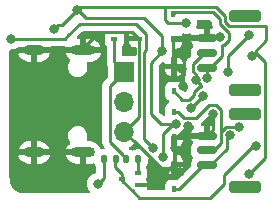
<source format=gbr>
%TF.GenerationSoftware,KiCad,Pcbnew,(6.0.9)*%
%TF.CreationDate,2022-11-14T14:00:34+08:00*%
%TF.ProjectId,usb2serial_pcb,75736232-7365-4726-9961-6c5f7063622e,1.0*%
%TF.SameCoordinates,Original*%
%TF.FileFunction,Copper,L2,Bot*%
%TF.FilePolarity,Positive*%
%FSLAX46Y46*%
G04 Gerber Fmt 4.6, Leading zero omitted, Abs format (unit mm)*
G04 Created by KiCad (PCBNEW (6.0.9)) date 2022-11-14 14:00:34*
%MOMM*%
%LPD*%
G01*
G04 APERTURE LIST*
G04 Aperture macros list*
%AMRoundRect*
0 Rectangle with rounded corners*
0 $1 Rounding radius*
0 $2 $3 $4 $5 $6 $7 $8 $9 X,Y pos of 4 corners*
0 Add a 4 corners polygon primitive as box body*
4,1,4,$2,$3,$4,$5,$6,$7,$8,$9,$2,$3,0*
0 Add four circle primitives for the rounded corners*
1,1,$1+$1,$2,$3*
1,1,$1+$1,$4,$5*
1,1,$1+$1,$6,$7*
1,1,$1+$1,$8,$9*
0 Add four rect primitives between the rounded corners*
20,1,$1+$1,$2,$3,$4,$5,0*
20,1,$1+$1,$4,$5,$6,$7,0*
20,1,$1+$1,$6,$7,$8,$9,0*
20,1,$1+$1,$8,$9,$2,$3,0*%
G04 Aperture macros list end*
%TA.AperFunction,ComponentPad*%
%ADD10O,1.700000X0.900000*%
%TD*%
%TA.AperFunction,ComponentPad*%
%ADD11O,2.000000X0.900000*%
%TD*%
%TA.AperFunction,SMDPad,CuDef*%
%ADD12R,0.450000X0.600000*%
%TD*%
%TA.AperFunction,SMDPad,CuDef*%
%ADD13RoundRect,0.150000X-0.700000X0.150000X-0.700000X-0.150000X0.700000X-0.150000X0.700000X0.150000X0*%
%TD*%
%TA.AperFunction,SMDPad,CuDef*%
%ADD14RoundRect,0.250000X-1.100000X0.250000X-1.100000X-0.250000X1.100000X-0.250000X1.100000X0.250000X0*%
%TD*%
%TA.AperFunction,SMDPad,CuDef*%
%ADD15RoundRect,0.135000X0.135000X0.185000X-0.135000X0.185000X-0.135000X-0.185000X0.135000X-0.185000X0*%
%TD*%
%TA.AperFunction,SMDPad,CuDef*%
%ADD16RoundRect,0.135000X-0.135000X-0.185000X0.135000X-0.185000X0.135000X0.185000X-0.135000X0.185000X0*%
%TD*%
%TA.AperFunction,ComponentPad*%
%ADD17R,1.700000X1.700000*%
%TD*%
%TA.AperFunction,ComponentPad*%
%ADD18O,1.700000X1.700000*%
%TD*%
%TA.AperFunction,SMDPad,CuDef*%
%ADD19R,0.600000X0.450000*%
%TD*%
%TA.AperFunction,SMDPad,CuDef*%
%ADD20R,0.510000X0.400000*%
%TD*%
%TA.AperFunction,ViaPad*%
%ADD21C,0.800000*%
%TD*%
%TA.AperFunction,Conductor*%
%ADD22C,0.250000*%
%TD*%
G04 APERTURE END LIST*
D10*
%TO.P,J1,S1,SHIELD*%
%TO.N,GND*%
X50755800Y-44385020D03*
X50755800Y-35745020D03*
D11*
X54925800Y-35745020D03*
X54925800Y-44385020D03*
%TD*%
D12*
%TO.P,D3,1,K*%
%TO.N,/UART3_TX*%
X62585600Y-40961600D03*
%TO.P,D3,2,A*%
%TO.N,GND*%
X62585600Y-43061600D03*
%TD*%
D13*
%TO.P,J4,1,Pin_1*%
%TO.N,GND*%
X65409200Y-42946000D03*
%TO.P,J4,2,Pin_2*%
%TO.N,/UART3_TX*%
X65409200Y-44196000D03*
%TO.P,J4,3,Pin_3*%
%TO.N,/UART3_RX*%
X65409200Y-45446000D03*
D14*
%TO.P,J4,MP*%
%TO.N,N/C*%
X68609200Y-41096000D03*
X68609200Y-47296000D03*
%TD*%
D12*
%TO.P,D4,1,K*%
%TO.N,/UART3_RX*%
X62585600Y-47481200D03*
%TO.P,D4,2,A*%
%TO.N,GND*%
X62585600Y-45381200D03*
%TD*%
D15*
%TO.P,R1,1*%
%TO.N,/UART2_RX*%
X57660000Y-44958000D03*
%TO.P,R1,2*%
%TO.N,+3.3V*%
X56640000Y-44958000D03*
%TD*%
D16*
%TO.P,R4,1*%
%TO.N,/DBUS_RX*%
X58570400Y-44958000D03*
%TO.P,R4,2*%
%TO.N,Net-(Q1-Pad1)*%
X59590400Y-44958000D03*
%TD*%
D13*
%TO.P,J3,1,Pin_1*%
%TO.N,GND*%
X65409200Y-34716400D03*
%TO.P,J3,2,Pin_2*%
%TO.N,/UART1_RX*%
X65409200Y-35966400D03*
%TO.P,J3,3,Pin_3*%
%TO.N,/UART1_TX*%
X65409200Y-37216400D03*
D14*
%TO.P,J3,MP*%
%TO.N,N/C*%
X68609200Y-32866400D03*
X68609200Y-39066400D03*
%TD*%
D12*
%TO.P,D1,1,K*%
%TO.N,/UART1_TX*%
X62534800Y-32681200D03*
%TO.P,D1,2,A*%
%TO.N,GND*%
X62534800Y-34781200D03*
%TD*%
D17*
%TO.P,J2,1,Pin_1*%
%TO.N,/DBUS_RX*%
X58375400Y-37541200D03*
D18*
%TO.P,J2,2,Pin_2*%
%TO.N,+5V*%
X58375400Y-40081200D03*
%TO.P,J2,3,Pin_3*%
%TO.N,GND*%
X58375400Y-42621200D03*
%TD*%
D12*
%TO.P,D2,1,K*%
%TO.N,/UART1_RX*%
X62585600Y-39200800D03*
%TO.P,D2,2,A*%
%TO.N,GND*%
X62585600Y-37100800D03*
%TD*%
D19*
%TO.P,D5,1,K*%
%TO.N,/DBUS_RX*%
X57522400Y-34747200D03*
%TO.P,D5,2,A*%
%TO.N,GND*%
X59622400Y-34747200D03*
%TD*%
D20*
%TO.P,Q1,1,B*%
%TO.N,Net-(Q1-Pad1)*%
X59522200Y-46134400D03*
%TO.P,Q1,2,E*%
%TO.N,GND*%
X59522200Y-47134400D03*
%TO.P,Q1,3,C*%
%TO.N,/UART2_RX*%
X58232200Y-46634400D03*
%TD*%
D21*
%TO.N,+3.3V*%
X63652400Y-33405700D03*
X54356000Y-32308800D03*
X68986400Y-46177200D03*
X52425600Y-33934400D03*
X62738000Y-41960800D03*
X69227500Y-36251470D03*
X61643030Y-44728266D03*
X61620400Y-35814000D03*
X56134000Y-47040800D03*
%TO.N,GND*%
X63754000Y-42177300D03*
X66490899Y-34581700D03*
X63089301Y-46020501D03*
X63284778Y-37349700D03*
X65859700Y-41086515D03*
X63390486Y-38748700D03*
%TO.N,/UART1_TX*%
X65431433Y-38110600D03*
%TO.N,/UART1_RX*%
X64437046Y-38211596D03*
%TO.N,/UART2_RX*%
X69545200Y-43840400D03*
%TO.N,/UART3_TX*%
X68072000Y-42195500D03*
%TO.N,/UART3_RX*%
X67308700Y-42922316D03*
%TO.N,/LED*%
X48818800Y-34747200D03*
X60858400Y-44030700D03*
%TO.N,/BOOT0*%
X68973100Y-34415900D03*
X64008000Y-40640000D03*
X67197590Y-37606700D03*
X65026327Y-39581024D03*
%TD*%
D22*
%TO.N,+3.3V*%
X69227500Y-36251470D02*
X69418614Y-36060356D01*
X61875800Y-33197200D02*
X61875800Y-32056200D01*
X61875800Y-32056200D02*
X66193800Y-32056200D01*
X56640000Y-44958000D02*
X56640000Y-45468000D01*
X55118000Y-33020000D02*
X60096400Y-33020000D01*
X60655200Y-41148000D02*
X61468000Y-41960800D01*
X61643030Y-44728266D02*
X61643030Y-42829170D01*
X61643030Y-42829170D02*
X62511400Y-41960800D01*
X70284200Y-44879400D02*
X68986400Y-46177200D01*
X70284200Y-36704573D02*
X70284200Y-44879400D01*
X70385400Y-33691400D02*
X70385400Y-34872200D01*
X63652400Y-33405700D02*
X62084300Y-33405700D01*
X62084300Y-33405700D02*
X61875800Y-33197200D01*
X60655200Y-36779200D02*
X60655200Y-41148000D01*
X66934200Y-33354573D02*
X67271027Y-33691400D01*
X67271027Y-33691400D02*
X70385400Y-33691400D01*
X61620400Y-35814000D02*
X60655200Y-36779200D01*
X54608600Y-32056200D02*
X61875800Y-32056200D01*
X54356000Y-32308800D02*
X53086000Y-33578800D01*
X60096400Y-33020000D02*
X61620400Y-34544000D01*
X53086000Y-33578800D02*
X52781200Y-33578800D01*
X52781200Y-33578800D02*
X52425600Y-33934400D01*
X66934200Y-32796600D02*
X66934200Y-33354573D01*
X66193800Y-32056200D02*
X66934200Y-32796600D01*
X61620400Y-34544000D02*
X61620400Y-35814000D01*
X56640000Y-46534800D02*
X56640000Y-45468000D01*
X54610000Y-32512000D02*
X55118000Y-33020000D01*
X61468000Y-41960800D02*
X62738000Y-41960800D01*
X69418614Y-36060356D02*
X69418614Y-35838986D01*
X56134000Y-47040800D02*
X56640000Y-46534800D01*
X69418614Y-35838986D02*
X70284200Y-36704573D01*
X70385400Y-34872200D02*
X69418614Y-35838986D01*
X62511400Y-41960800D02*
X62738000Y-41960800D01*
%TO.N,GND*%
X62585600Y-45516800D02*
X63089301Y-46020501D01*
X59622400Y-41374200D02*
X59622400Y-34747200D01*
X56286400Y-34188400D02*
X54925800Y-35549000D01*
X65859700Y-42495500D02*
X65409200Y-42946000D01*
X59063600Y-34188400D02*
X56286400Y-34188400D01*
X54925800Y-35549000D02*
X54925800Y-35745020D01*
X65859700Y-41086515D02*
X65859700Y-42495500D01*
X62585600Y-43061600D02*
X62869700Y-43061600D01*
X62585600Y-43061600D02*
X62585600Y-45381200D01*
X65344400Y-34781200D02*
X62534800Y-34781200D01*
X50755800Y-35745020D02*
X50755800Y-44385020D01*
X63390486Y-38748700D02*
X63390486Y-38190341D01*
X62534800Y-34781200D02*
X62534800Y-37050000D01*
X62869700Y-43061600D02*
X63754000Y-42177300D01*
X63390486Y-38190341D02*
X63284778Y-38084633D01*
X62585600Y-45381200D02*
X60976800Y-46990000D01*
X62534800Y-37050000D02*
X62585600Y-37100800D01*
X58375400Y-42621200D02*
X59264862Y-43510662D01*
X65409200Y-42946000D02*
X65293600Y-43061600D01*
X59622400Y-34747200D02*
X59063600Y-34188400D01*
X63284778Y-38084633D02*
X63284778Y-37349700D01*
X65409200Y-34716400D02*
X65344400Y-34781200D01*
X62246800Y-45720000D02*
X62585600Y-45381200D01*
X60976800Y-46990000D02*
X60604400Y-46990000D01*
X60604400Y-46990000D02*
X60460000Y-47134400D01*
X62834500Y-37349700D02*
X62585600Y-37100800D01*
X59264862Y-43510662D02*
X59264862Y-43516862D01*
X65293600Y-43061600D02*
X62585600Y-43061600D01*
X65543900Y-34581700D02*
X65409200Y-34716400D01*
X60460000Y-47134400D02*
X59522200Y-47134400D01*
X58375400Y-42621200D02*
X59622400Y-41374200D01*
X54925800Y-35745020D02*
X50755800Y-35745020D01*
X62585600Y-45381200D02*
X62585600Y-45516800D01*
X66490899Y-34581700D02*
X65543900Y-34581700D01*
X61468000Y-45720000D02*
X62246800Y-45720000D01*
X50755800Y-44385020D02*
X54925800Y-44385020D01*
X59264862Y-43516862D02*
X61468000Y-45720000D01*
X63284778Y-37349700D02*
X62834500Y-37349700D01*
%TO.N,/UART1_TX*%
X67215899Y-34281395D02*
X66802000Y-33867496D01*
X66791204Y-35306700D02*
X67215899Y-34882005D01*
X67215899Y-34882005D02*
X67215899Y-34281395D01*
X66802000Y-33867496D02*
X66802000Y-33858769D01*
X66699700Y-36197651D02*
X66699700Y-35306700D01*
X62709800Y-32506200D02*
X62534800Y-32681200D01*
X66484200Y-33108600D02*
X65881800Y-32506200D01*
X66484200Y-33540969D02*
X66484200Y-33108600D01*
X65409200Y-37216400D02*
X65680951Y-37216400D01*
X65881800Y-32506200D02*
X62709800Y-32506200D01*
X65409200Y-38088367D02*
X65409200Y-37216400D01*
X66802000Y-33858769D02*
X66484200Y-33540969D01*
X65680951Y-37216400D02*
X66699700Y-36197651D01*
X65431433Y-38110600D02*
X65409200Y-38088367D01*
X66699700Y-35306700D02*
X66791204Y-35306700D01*
%TO.N,/UART1_RX*%
X63884863Y-39900160D02*
X63284253Y-39900160D01*
X64301327Y-39280719D02*
X64301327Y-39483696D01*
X64865624Y-38640174D02*
X64865624Y-38856024D01*
X64865624Y-38856024D02*
X64726022Y-38856024D01*
X62585600Y-39201507D02*
X62585600Y-39200800D01*
X64301327Y-39483696D02*
X63884863Y-39900160D01*
X64437046Y-37765997D02*
X64234200Y-37563151D01*
X64234200Y-36869649D02*
X65137449Y-35966400D01*
X64437046Y-38211596D02*
X64437046Y-37765997D01*
X64437046Y-38211596D02*
X64865624Y-38640174D01*
X64726022Y-38856024D02*
X64301327Y-39280719D01*
X64234200Y-37563151D02*
X64234200Y-36869649D01*
X65137449Y-35966400D02*
X65409200Y-35966400D01*
X63284253Y-39900160D02*
X62585600Y-39201507D01*
%TO.N,/UART2_RX*%
X58232200Y-46634400D02*
X58232200Y-46243400D01*
X65633600Y-48209200D02*
X66802000Y-47040800D01*
X69291200Y-43840400D02*
X69545200Y-43840400D01*
X66802000Y-47040800D02*
X66802000Y-46329600D01*
X58232200Y-46802200D02*
X59086200Y-47656200D01*
X58232200Y-46243400D02*
X57607200Y-45618400D01*
X66802000Y-46329600D02*
X69291200Y-43840400D01*
X57607200Y-45010800D02*
X57660000Y-44958000D01*
X59086200Y-47656200D02*
X59639200Y-48209200D01*
X57607200Y-45618400D02*
X57607200Y-45010800D01*
X58232200Y-46634400D02*
X58232200Y-46802200D01*
X59639200Y-48209200D02*
X65633600Y-48209200D01*
%TO.N,/UART3_TX*%
X65989200Y-44196000D02*
X65409200Y-44196000D01*
X64468610Y-41452300D02*
X65559395Y-40361515D01*
X66160005Y-40361515D02*
X66584200Y-40785710D01*
X66584200Y-43601000D02*
X65989200Y-44196000D01*
X66584200Y-43296200D02*
X66584200Y-43601000D01*
X66584200Y-42403400D02*
X66584200Y-43296200D01*
X65559395Y-40361515D02*
X66160005Y-40361515D01*
X68072000Y-42195500D02*
X67010211Y-42195500D01*
X63453695Y-41452300D02*
X64468610Y-41452300D01*
X62585600Y-40961600D02*
X62962995Y-40961600D01*
X62962995Y-40961600D02*
X63453695Y-41452300D01*
X66584200Y-42621511D02*
X66584200Y-43296200D01*
X67010211Y-42195500D02*
X66584200Y-42621511D01*
X66584200Y-40785710D02*
X66584200Y-42621511D01*
%TO.N,/UART3_RX*%
X67056000Y-44070951D02*
X65680951Y-45446000D01*
X65044000Y-45446000D02*
X65409200Y-45446000D01*
X62585600Y-47481200D02*
X63008800Y-47481200D01*
X65680951Y-45446000D02*
X65409200Y-45446000D01*
X67056000Y-43078400D02*
X67056000Y-44070951D01*
X67212084Y-42922316D02*
X67056000Y-43078400D01*
X67308700Y-42922316D02*
X67212084Y-42922316D01*
X63008800Y-47481200D02*
X65044000Y-45446000D01*
%TO.N,/DBUS_RX*%
X58570400Y-44958000D02*
X58255000Y-44642600D01*
X57522400Y-34747200D02*
X57522400Y-36688200D01*
X58255000Y-44582462D02*
X57150000Y-43477462D01*
X58255000Y-44642600D02*
X58255000Y-44582462D01*
X57150000Y-43477462D02*
X57150000Y-38766600D01*
X57522400Y-36688200D02*
X58375400Y-37541200D01*
X57150000Y-38766600D02*
X58375400Y-37541200D01*
%TO.N,/LED*%
X53644800Y-34442400D02*
X53340000Y-34747200D01*
X60072400Y-43244700D02*
X60072400Y-35840800D01*
X60072400Y-35840800D02*
X60247400Y-35665800D01*
X60247400Y-35665800D02*
X60247400Y-34339400D01*
X53340000Y-34747200D02*
X48818800Y-34747200D01*
X60247400Y-34339400D02*
X59385200Y-33477200D01*
X60858400Y-44030700D02*
X60072400Y-43244700D01*
X54610000Y-33477200D02*
X53644800Y-34442400D01*
X59385200Y-33477200D02*
X54610000Y-33477200D01*
%TO.N,Net-(Q1-Pad1)*%
X59590400Y-44958000D02*
X59590400Y-46066200D01*
X59590400Y-46066200D02*
X59522200Y-46134400D01*
%TO.N,/BOOT0*%
X65026327Y-39581024D02*
X65026327Y-39621673D01*
X65026327Y-39621673D02*
X64008000Y-40640000D01*
X67197590Y-36191410D02*
X67197590Y-37606700D01*
X68973100Y-34415900D02*
X67197590Y-36191410D01*
%TD*%
%TA.AperFunction,Conductor*%
%TO.N,GND*%
G36*
X56719887Y-34130702D02*
G01*
X56766380Y-34184358D01*
X56776484Y-34254632D01*
X56769749Y-34280926D01*
X56720655Y-34411884D01*
X56713900Y-34474066D01*
X56713900Y-35020334D01*
X56720655Y-35082516D01*
X56771785Y-35218905D01*
X56815964Y-35277853D01*
X56859139Y-35335461D01*
X56857535Y-35336663D01*
X56886021Y-35388830D01*
X56888900Y-35415613D01*
X56888900Y-36609433D01*
X56888373Y-36620616D01*
X56886698Y-36628109D01*
X56886947Y-36636035D01*
X56886947Y-36636036D01*
X56888838Y-36696186D01*
X56888900Y-36700144D01*
X56888900Y-36728056D01*
X56889397Y-36731990D01*
X56889397Y-36731991D01*
X56889405Y-36732056D01*
X56890338Y-36743893D01*
X56891727Y-36788089D01*
X56894808Y-36798693D01*
X56897378Y-36807539D01*
X56901387Y-36826900D01*
X56903926Y-36846997D01*
X56906845Y-36854368D01*
X56906845Y-36854370D01*
X56920204Y-36888112D01*
X56924049Y-36899342D01*
X56934171Y-36934183D01*
X56936382Y-36941793D01*
X56940415Y-36948612D01*
X56940417Y-36948617D01*
X56946693Y-36959228D01*
X56955388Y-36976976D01*
X56962848Y-36995817D01*
X56967510Y-37002233D01*
X56967510Y-37002234D01*
X56988836Y-37031587D01*
X56995351Y-37041506D01*
X56999352Y-37048271D01*
X57016900Y-37112412D01*
X57016900Y-37951605D01*
X56996898Y-38019726D01*
X56979995Y-38040700D01*
X56757747Y-38262948D01*
X56749461Y-38270488D01*
X56742982Y-38274600D01*
X56737557Y-38280377D01*
X56696357Y-38324251D01*
X56693602Y-38327093D01*
X56673865Y-38346830D01*
X56671385Y-38350027D01*
X56663682Y-38359047D01*
X56633414Y-38391279D01*
X56629595Y-38398225D01*
X56629593Y-38398228D01*
X56623652Y-38409034D01*
X56612801Y-38425553D01*
X56600386Y-38441559D01*
X56597241Y-38448828D01*
X56597238Y-38448832D01*
X56582826Y-38482137D01*
X56577609Y-38492787D01*
X56556305Y-38531540D01*
X56554334Y-38539215D01*
X56554334Y-38539216D01*
X56551267Y-38551162D01*
X56544863Y-38569866D01*
X56541834Y-38576867D01*
X56536819Y-38588455D01*
X56535580Y-38596278D01*
X56535577Y-38596288D01*
X56529901Y-38632124D01*
X56527495Y-38643744D01*
X56522679Y-38662503D01*
X56516500Y-38686570D01*
X56516500Y-38706824D01*
X56514949Y-38726534D01*
X56511780Y-38746543D01*
X56512526Y-38754435D01*
X56515941Y-38790561D01*
X56516500Y-38802419D01*
X56516500Y-43398695D01*
X56515973Y-43409878D01*
X56514298Y-43417371D01*
X56514547Y-43425297D01*
X56514547Y-43425298D01*
X56516438Y-43485448D01*
X56516500Y-43489407D01*
X56516500Y-43517318D01*
X56516997Y-43521252D01*
X56516997Y-43521253D01*
X56517005Y-43521318D01*
X56517938Y-43533155D01*
X56519327Y-43577351D01*
X56523771Y-43592646D01*
X56524978Y-43596801D01*
X56528987Y-43616162D01*
X56531526Y-43636259D01*
X56534445Y-43643630D01*
X56534445Y-43643632D01*
X56547804Y-43677374D01*
X56551649Y-43688604D01*
X56559993Y-43717324D01*
X56563982Y-43731055D01*
X56568015Y-43737874D01*
X56568017Y-43737879D01*
X56574293Y-43748490D01*
X56582988Y-43766238D01*
X56590448Y-43785079D01*
X56595110Y-43791495D01*
X56595110Y-43791496D01*
X56616436Y-43820849D01*
X56622952Y-43830769D01*
X56637905Y-43856052D01*
X56645458Y-43868824D01*
X56659779Y-43883145D01*
X56672619Y-43898178D01*
X56684528Y-43914569D01*
X56688869Y-43918160D01*
X56720458Y-43980602D01*
X56713169Y-44051223D01*
X56668856Y-44106693D01*
X56596557Y-44129501D01*
X56490484Y-44129501D01*
X56422363Y-44109499D01*
X56375870Y-44055843D01*
X56372234Y-44047009D01*
X56343488Y-43968881D01*
X56337923Y-43957471D01*
X56242092Y-43802912D01*
X56234340Y-43792846D01*
X56109392Y-43660717D01*
X56099774Y-43652415D01*
X55950813Y-43548112D01*
X55939719Y-43541912D01*
X55772820Y-43469688D01*
X55760717Y-43465849D01*
X55581200Y-43428345D01*
X55571648Y-43427105D01*
X55568416Y-43427020D01*
X55314621Y-43427020D01*
X55246500Y-43407018D01*
X55200007Y-43353362D01*
X55189903Y-43283088D01*
X55195922Y-43258754D01*
X55235556Y-43147448D01*
X55235557Y-43147442D01*
X55237919Y-43140810D01*
X55241326Y-43112244D01*
X55257775Y-42974291D01*
X55259396Y-42960700D01*
X55249806Y-42869455D01*
X55241172Y-42787308D01*
X55241171Y-42787306D01*
X55240436Y-42780308D01*
X55181982Y-42608599D01*
X55131031Y-42525779D01*
X55090634Y-42460115D01*
X55090632Y-42460112D01*
X55086938Y-42454108D01*
X55082007Y-42449073D01*
X55082005Y-42449070D01*
X54964957Y-42329545D01*
X54964956Y-42329544D01*
X54960029Y-42324513D01*
X54807562Y-42226255D01*
X54800942Y-42223846D01*
X54800939Y-42223844D01*
X54643734Y-42166626D01*
X54643733Y-42166626D01*
X54637115Y-42164217D01*
X54497031Y-42146520D01*
X54400190Y-42146520D01*
X54265545Y-42161623D01*
X54258892Y-42163940D01*
X54258891Y-42163940D01*
X54100906Y-42218956D01*
X54100903Y-42218958D01*
X54094248Y-42221275D01*
X54088269Y-42225011D01*
X54080167Y-42230074D01*
X53940424Y-42317394D01*
X53935428Y-42322355D01*
X53935427Y-42322356D01*
X53816715Y-42440242D01*
X53816712Y-42440246D01*
X53811718Y-42445205D01*
X53807944Y-42451151D01*
X53807943Y-42451153D01*
X53782005Y-42492026D01*
X53714527Y-42598354D01*
X53712162Y-42604996D01*
X53656043Y-42762595D01*
X53656042Y-42762600D01*
X53653681Y-42769230D01*
X53652848Y-42776218D01*
X53652847Y-42776221D01*
X53645319Y-42839353D01*
X53632204Y-42949340D01*
X53632940Y-42956343D01*
X53632940Y-42956344D01*
X53643803Y-43059694D01*
X53651164Y-43129732D01*
X53709618Y-43301441D01*
X53715921Y-43311686D01*
X53800967Y-43449927D01*
X53800970Y-43449931D01*
X53804662Y-43455932D01*
X53805403Y-43456689D01*
X53830708Y-43520479D01*
X53817052Y-43590149D01*
X53787238Y-43627729D01*
X53683304Y-43716810D01*
X53674556Y-43725996D01*
X53563089Y-43869700D01*
X53556365Y-43880460D01*
X53476068Y-44043645D01*
X53471645Y-44055539D01*
X53456549Y-44113490D01*
X53456983Y-44127584D01*
X53465164Y-44131020D01*
X55053800Y-44131020D01*
X55121921Y-44151022D01*
X55168414Y-44204678D01*
X55179800Y-44257020D01*
X55179800Y-45324905D01*
X55184275Y-45340144D01*
X55185665Y-45341349D01*
X55193348Y-45343020D01*
X55521247Y-45343020D01*
X55527622Y-45342697D01*
X55663077Y-45328938D01*
X55675514Y-45326385D01*
X55747645Y-45303780D01*
X55818630Y-45302495D01*
X55879041Y-45339792D01*
X55906322Y-45388862D01*
X55909731Y-45400596D01*
X55913766Y-45407418D01*
X55913766Y-45407419D01*
X55988954Y-45534555D01*
X56006500Y-45598694D01*
X56006500Y-46037072D01*
X55986498Y-46105193D01*
X55932842Y-46151686D01*
X55906697Y-46160319D01*
X55892083Y-46163425D01*
X55858170Y-46170633D01*
X55858167Y-46170634D01*
X55851712Y-46172006D01*
X55845682Y-46174691D01*
X55845681Y-46174691D01*
X55683278Y-46246997D01*
X55683276Y-46246998D01*
X55677248Y-46249682D01*
X55671907Y-46253562D01*
X55671906Y-46253563D01*
X55666654Y-46257379D01*
X55522747Y-46361934D01*
X55394960Y-46503856D01*
X55351701Y-46578783D01*
X55324396Y-46626077D01*
X55299473Y-46669244D01*
X55240458Y-46850872D01*
X55239768Y-46857433D01*
X55239768Y-46857435D01*
X55228331Y-46966256D01*
X55220496Y-47040800D01*
X55221186Y-47047365D01*
X55236983Y-47197661D01*
X55240458Y-47230728D01*
X55299473Y-47412356D01*
X55302776Y-47418078D01*
X55302777Y-47418079D01*
X55313177Y-47436092D01*
X55394960Y-47577744D01*
X55453529Y-47642792D01*
X55484245Y-47706797D01*
X55475482Y-47777250D01*
X55430019Y-47831782D01*
X55359892Y-47853100D01*
X49985767Y-47853100D01*
X49966382Y-47851600D01*
X49951549Y-47849290D01*
X49951545Y-47849290D01*
X49942676Y-47847909D01*
X49928611Y-47849748D01*
X49902397Y-47850424D01*
X49747691Y-47838248D01*
X49728163Y-47835155D01*
X49714680Y-47831918D01*
X49553739Y-47793279D01*
X49534945Y-47787173D01*
X49369216Y-47718526D01*
X49351605Y-47709552D01*
X49198658Y-47615825D01*
X49182670Y-47604210D01*
X49046266Y-47487710D01*
X49032288Y-47473732D01*
X49011763Y-47449700D01*
X48915790Y-47337330D01*
X48904175Y-47321342D01*
X48810448Y-47168395D01*
X48801474Y-47150784D01*
X48732827Y-46985055D01*
X48726719Y-46966256D01*
X48723914Y-46954570D01*
X48684845Y-46791836D01*
X48681752Y-46772309D01*
X48670409Y-46628183D01*
X48671394Y-46605858D01*
X48670734Y-46605799D01*
X48671169Y-46600951D01*
X48671976Y-46596152D01*
X48672129Y-46583600D01*
X48668173Y-46555976D01*
X48666900Y-46538114D01*
X48666900Y-44649095D01*
X49432163Y-44649095D01*
X49488110Y-44801156D01*
X49493677Y-44812569D01*
X49589508Y-44967128D01*
X49597260Y-44977194D01*
X49722208Y-45109323D01*
X49731826Y-45117625D01*
X49880787Y-45221928D01*
X49891881Y-45228128D01*
X50058780Y-45300352D01*
X50070883Y-45304191D01*
X50250400Y-45341695D01*
X50259952Y-45342935D01*
X50263184Y-45343020D01*
X50483685Y-45343020D01*
X50498924Y-45338545D01*
X50500129Y-45337155D01*
X50501800Y-45329472D01*
X50501800Y-45324905D01*
X51009800Y-45324905D01*
X51014275Y-45340144D01*
X51015665Y-45341349D01*
X51023348Y-45343020D01*
X51201247Y-45343020D01*
X51207622Y-45342697D01*
X51343077Y-45328938D01*
X51355517Y-45326384D01*
X51529044Y-45272004D01*
X51540732Y-45266995D01*
X51699779Y-45178833D01*
X51710212Y-45171582D01*
X51848291Y-45053235D01*
X51857044Y-45044044D01*
X51968511Y-44900340D01*
X51975235Y-44889580D01*
X52055532Y-44726395D01*
X52059955Y-44714501D01*
X52075051Y-44656550D01*
X52074821Y-44649095D01*
X53452163Y-44649095D01*
X53508110Y-44801156D01*
X53513677Y-44812569D01*
X53609508Y-44967128D01*
X53617260Y-44977194D01*
X53742208Y-45109323D01*
X53751826Y-45117625D01*
X53900787Y-45221928D01*
X53911881Y-45228128D01*
X54078780Y-45300352D01*
X54090883Y-45304191D01*
X54270400Y-45341695D01*
X54279952Y-45342935D01*
X54283184Y-45343020D01*
X54653685Y-45343020D01*
X54668924Y-45338545D01*
X54670129Y-45337155D01*
X54671800Y-45329472D01*
X54671800Y-44657135D01*
X54667325Y-44641896D01*
X54665935Y-44640691D01*
X54658252Y-44639020D01*
X53466571Y-44639020D01*
X53453040Y-44642993D01*
X53452163Y-44649095D01*
X52074821Y-44649095D01*
X52074617Y-44642456D01*
X52066436Y-44639020D01*
X51027915Y-44639020D01*
X51012676Y-44643495D01*
X51011471Y-44644885D01*
X51009800Y-44652568D01*
X51009800Y-45324905D01*
X50501800Y-45324905D01*
X50501800Y-44657135D01*
X50497325Y-44641896D01*
X50495935Y-44640691D01*
X50488252Y-44639020D01*
X49446571Y-44639020D01*
X49433040Y-44642993D01*
X49432163Y-44649095D01*
X48666900Y-44649095D01*
X48666900Y-44113490D01*
X49436549Y-44113490D01*
X49436983Y-44127584D01*
X49445164Y-44131020D01*
X50483685Y-44131020D01*
X50498924Y-44126545D01*
X50500129Y-44125155D01*
X50501800Y-44117472D01*
X50501800Y-44112905D01*
X51009800Y-44112905D01*
X51014275Y-44128144D01*
X51015665Y-44129349D01*
X51023348Y-44131020D01*
X52065029Y-44131020D01*
X52078560Y-44127047D01*
X52079437Y-44120945D01*
X52023490Y-43968884D01*
X52017923Y-43957471D01*
X51922092Y-43802912D01*
X51914340Y-43792846D01*
X51789392Y-43660717D01*
X51779774Y-43652415D01*
X51630813Y-43548112D01*
X51619719Y-43541912D01*
X51452820Y-43469688D01*
X51440717Y-43465849D01*
X51261200Y-43428345D01*
X51251648Y-43427105D01*
X51248416Y-43427020D01*
X51027915Y-43427020D01*
X51012676Y-43431495D01*
X51011471Y-43432885D01*
X51009800Y-43440568D01*
X51009800Y-44112905D01*
X50501800Y-44112905D01*
X50501800Y-43445135D01*
X50497325Y-43429896D01*
X50495935Y-43428691D01*
X50488252Y-43427020D01*
X50310353Y-43427020D01*
X50303978Y-43427343D01*
X50168523Y-43441102D01*
X50156083Y-43443656D01*
X49982556Y-43498036D01*
X49970868Y-43503045D01*
X49811821Y-43591207D01*
X49801388Y-43598458D01*
X49663309Y-43716805D01*
X49654556Y-43725996D01*
X49543089Y-43869700D01*
X49536365Y-43880460D01*
X49456068Y-44043645D01*
X49451645Y-44055539D01*
X49436549Y-44113490D01*
X48666900Y-44113490D01*
X48666900Y-36009095D01*
X49432163Y-36009095D01*
X49488110Y-36161156D01*
X49493677Y-36172569D01*
X49589508Y-36327128D01*
X49597260Y-36337194D01*
X49722208Y-36469323D01*
X49731826Y-36477625D01*
X49880787Y-36581928D01*
X49891881Y-36588128D01*
X50058780Y-36660352D01*
X50070883Y-36664191D01*
X50250400Y-36701695D01*
X50259952Y-36702935D01*
X50263184Y-36703020D01*
X50483685Y-36703020D01*
X50498924Y-36698545D01*
X50500129Y-36697155D01*
X50501800Y-36689472D01*
X50501800Y-36684905D01*
X51009800Y-36684905D01*
X51014275Y-36700144D01*
X51015665Y-36701349D01*
X51023348Y-36703020D01*
X51201247Y-36703020D01*
X51207622Y-36702697D01*
X51343077Y-36688938D01*
X51355517Y-36686384D01*
X51529044Y-36632004D01*
X51540732Y-36626995D01*
X51699779Y-36538833D01*
X51710212Y-36531582D01*
X51848291Y-36413235D01*
X51857044Y-36404044D01*
X51968511Y-36260340D01*
X51975235Y-36249580D01*
X52055532Y-36086395D01*
X52059955Y-36074501D01*
X52075051Y-36016550D01*
X52074821Y-36009095D01*
X53452163Y-36009095D01*
X53508110Y-36161156D01*
X53513677Y-36172569D01*
X53609508Y-36327128D01*
X53617260Y-36337194D01*
X53742206Y-36469321D01*
X53751828Y-36477627D01*
X53777079Y-36495308D01*
X53821407Y-36550765D01*
X53828715Y-36621385D01*
X53811192Y-36666034D01*
X53714527Y-36818354D01*
X53712162Y-36824996D01*
X53656043Y-36982595D01*
X53656042Y-36982600D01*
X53653681Y-36989230D01*
X53652848Y-36996218D01*
X53652847Y-36996221D01*
X53647318Y-37042588D01*
X53632204Y-37169340D01*
X53632940Y-37176343D01*
X53632940Y-37176344D01*
X53650073Y-37339348D01*
X53651164Y-37349732D01*
X53709618Y-37521441D01*
X53713312Y-37527445D01*
X53796731Y-37663040D01*
X53804662Y-37675932D01*
X53809593Y-37680967D01*
X53809595Y-37680970D01*
X53916429Y-37790065D01*
X53931571Y-37805527D01*
X54084038Y-37903785D01*
X54090658Y-37906194D01*
X54090661Y-37906196D01*
X54247866Y-37963414D01*
X54254485Y-37965823D01*
X54394569Y-37983520D01*
X54491410Y-37983520D01*
X54626055Y-37968417D01*
X54640422Y-37963414D01*
X54790694Y-37911084D01*
X54790697Y-37911082D01*
X54797352Y-37908765D01*
X54806730Y-37902905D01*
X54945202Y-37816379D01*
X54951176Y-37812646D01*
X54973915Y-37790065D01*
X55074885Y-37689798D01*
X55074888Y-37689794D01*
X55079882Y-37684835D01*
X55088886Y-37670648D01*
X55121757Y-37618850D01*
X55177073Y-37531686D01*
X55190774Y-37493209D01*
X55235557Y-37367445D01*
X55235558Y-37367440D01*
X55237919Y-37360810D01*
X55240479Y-37339348D01*
X55258562Y-37187693D01*
X55259396Y-37180700D01*
X55248596Y-37077942D01*
X55241172Y-37007308D01*
X55241171Y-37007306D01*
X55240436Y-37000308D01*
X55195948Y-36869624D01*
X55192930Y-36798693D01*
X55228740Y-36737389D01*
X55292009Y-36705177D01*
X55315226Y-36703020D01*
X55521247Y-36703020D01*
X55527622Y-36702697D01*
X55663077Y-36688938D01*
X55675517Y-36686384D01*
X55849044Y-36632004D01*
X55860732Y-36626995D01*
X56019779Y-36538833D01*
X56030212Y-36531582D01*
X56168291Y-36413235D01*
X56177044Y-36404044D01*
X56288511Y-36260340D01*
X56295235Y-36249580D01*
X56375532Y-36086395D01*
X56379955Y-36074501D01*
X56395051Y-36016550D01*
X56394617Y-36002456D01*
X56386436Y-35999020D01*
X53466571Y-35999020D01*
X53453040Y-36002993D01*
X53452163Y-36009095D01*
X52074821Y-36009095D01*
X52074617Y-36002456D01*
X52066436Y-35999020D01*
X51027915Y-35999020D01*
X51012676Y-36003495D01*
X51011471Y-36004885D01*
X51009800Y-36012568D01*
X51009800Y-36684905D01*
X50501800Y-36684905D01*
X50501800Y-36017135D01*
X50497325Y-36001896D01*
X50495935Y-36000691D01*
X50488252Y-35999020D01*
X49446571Y-35999020D01*
X49433040Y-36002993D01*
X49432163Y-36009095D01*
X48666900Y-36009095D01*
X48666900Y-35781700D01*
X48686902Y-35713579D01*
X48740558Y-35667086D01*
X48792900Y-35655700D01*
X48914287Y-35655700D01*
X48920739Y-35654328D01*
X48920744Y-35654328D01*
X49011832Y-35634966D01*
X49101088Y-35615994D01*
X49107119Y-35613309D01*
X49269522Y-35541003D01*
X49269524Y-35541002D01*
X49275552Y-35538318D01*
X49292526Y-35525986D01*
X49321519Y-35504921D01*
X49388387Y-35481062D01*
X49444371Y-35490687D01*
X49445164Y-35491020D01*
X52065029Y-35491020D01*
X52079181Y-35486865D01*
X52107804Y-35424188D01*
X52167530Y-35385804D01*
X52203029Y-35380700D01*
X53261233Y-35380700D01*
X53272416Y-35381227D01*
X53279909Y-35382902D01*
X53287835Y-35382653D01*
X53287836Y-35382653D01*
X53327574Y-35381404D01*
X53396289Y-35399257D01*
X53444445Y-35451425D01*
X53452167Y-35482275D01*
X53455341Y-35486894D01*
X53465164Y-35491020D01*
X54653685Y-35491020D01*
X54668924Y-35486545D01*
X54670129Y-35485155D01*
X54671800Y-35477472D01*
X54671800Y-35472905D01*
X55179800Y-35472905D01*
X55184275Y-35488144D01*
X55185665Y-35489349D01*
X55193348Y-35491020D01*
X56385029Y-35491020D01*
X56398560Y-35487047D01*
X56399437Y-35480945D01*
X56343490Y-35328884D01*
X56337923Y-35317471D01*
X56242092Y-35162912D01*
X56234340Y-35152846D01*
X56109392Y-35020717D01*
X56099774Y-35012415D01*
X55950813Y-34908112D01*
X55939719Y-34901912D01*
X55772820Y-34829688D01*
X55760717Y-34825849D01*
X55581200Y-34788345D01*
X55571648Y-34787105D01*
X55568416Y-34787020D01*
X55197915Y-34787020D01*
X55182676Y-34791495D01*
X55181471Y-34792885D01*
X55179800Y-34800568D01*
X55179800Y-35472905D01*
X54671800Y-35472905D01*
X54671800Y-34805135D01*
X54667325Y-34789896D01*
X54665935Y-34788691D01*
X54658252Y-34787020D01*
X54500275Y-34787020D01*
X54432154Y-34767018D01*
X54385661Y-34713362D01*
X54375557Y-34643088D01*
X54405051Y-34578508D01*
X54411180Y-34571924D01*
X54505577Y-34477528D01*
X54835501Y-34147604D01*
X54897813Y-34113579D01*
X54924596Y-34110700D01*
X56651766Y-34110700D01*
X56719887Y-34130702D01*
G37*
%TD.AperFunction*%
%TA.AperFunction,Conductor*%
G36*
X65868733Y-41052250D02*
G01*
X65925568Y-41094797D01*
X65950379Y-41161317D01*
X65950700Y-41170306D01*
X65950700Y-42012000D01*
X65930698Y-42080121D01*
X65877042Y-42126614D01*
X65824700Y-42138000D01*
X65681315Y-42138000D01*
X65666076Y-42142475D01*
X65664871Y-42143865D01*
X65663200Y-42151548D01*
X65663200Y-43074000D01*
X65643198Y-43142121D01*
X65589542Y-43188614D01*
X65537200Y-43200000D01*
X64072322Y-43200000D01*
X64058791Y-43203973D01*
X64057656Y-43211871D01*
X64098307Y-43351790D01*
X64104552Y-43366221D01*
X64185145Y-43502498D01*
X64183324Y-43503575D01*
X64205263Y-43559438D01*
X64191368Y-43629062D01*
X64185056Y-43638884D01*
X64184747Y-43639193D01*
X64183471Y-43641350D01*
X64183463Y-43641363D01*
X64158375Y-43683785D01*
X64100055Y-43782399D01*
X64053638Y-43942169D01*
X64053134Y-43948574D01*
X64053133Y-43948579D01*
X64051535Y-43968884D01*
X64050700Y-43979498D01*
X64050700Y-44412502D01*
X64053638Y-44449831D01*
X64079351Y-44538338D01*
X64093416Y-44586748D01*
X64100055Y-44609601D01*
X64119803Y-44642993D01*
X64184747Y-44752807D01*
X64182959Y-44753864D01*
X64204945Y-44809851D01*
X64191049Y-44879475D01*
X64184906Y-44889034D01*
X64184747Y-44889193D01*
X64100055Y-45032399D01*
X64097844Y-45040010D01*
X64097843Y-45040012D01*
X64082672Y-45092231D01*
X64053638Y-45192169D01*
X64053134Y-45198574D01*
X64053133Y-45198579D01*
X64050893Y-45227042D01*
X64050700Y-45229498D01*
X64050700Y-45491205D01*
X64030698Y-45559326D01*
X64013795Y-45580300D01*
X62957762Y-46636333D01*
X62895450Y-46670359D01*
X62861933Y-46673048D01*
X62858734Y-46672700D01*
X62312466Y-46672700D01*
X62250284Y-46679455D01*
X62113895Y-46730585D01*
X61997339Y-46817939D01*
X61909985Y-46934495D01*
X61858855Y-47070884D01*
X61852100Y-47133066D01*
X61852100Y-47449700D01*
X61832098Y-47517821D01*
X61778442Y-47564314D01*
X61726100Y-47575700D01*
X60404640Y-47575700D01*
X60336519Y-47555698D01*
X60290026Y-47502042D01*
X60279377Y-47436092D01*
X60284831Y-47385886D01*
X60285200Y-47379072D01*
X60285200Y-47352515D01*
X60280725Y-47337276D01*
X60279335Y-47336071D01*
X60271652Y-47334400D01*
X59712495Y-47334400D01*
X59644374Y-47314398D01*
X59623400Y-47297495D01*
X59475400Y-47149495D01*
X59441374Y-47087183D01*
X59446439Y-47016368D01*
X59488986Y-46959532D01*
X59555506Y-46934721D01*
X59564495Y-46934400D01*
X60267084Y-46934400D01*
X60282323Y-46929925D01*
X60283528Y-46928535D01*
X60285199Y-46920852D01*
X60285199Y-46889731D01*
X60284829Y-46882910D01*
X60279305Y-46832048D01*
X60275679Y-46816796D01*
X60230521Y-46696339D01*
X60230026Y-46695434D01*
X60229807Y-46694434D01*
X60227372Y-46687938D01*
X60228310Y-46687586D01*
X60214857Y-46626077D01*
X60228038Y-46581188D01*
X60227815Y-46581105D01*
X60228956Y-46578063D01*
X60228958Y-46578056D01*
X60237236Y-46555976D01*
X60276171Y-46452115D01*
X60278945Y-46444716D01*
X60285700Y-46382534D01*
X60285700Y-45886266D01*
X60278945Y-45824084D01*
X60231918Y-45698639D01*
X60223900Y-45654410D01*
X60223900Y-45598694D01*
X60241446Y-45534555D01*
X60316634Y-45407419D01*
X60316634Y-45407418D01*
X60320669Y-45400596D01*
X60324078Y-45388864D01*
X60361381Y-45260463D01*
X60366029Y-45244466D01*
X60367401Y-45227042D01*
X60368707Y-45210444D01*
X60368707Y-45210438D01*
X60368900Y-45207989D01*
X60368899Y-45001259D01*
X60388901Y-44933140D01*
X60442556Y-44886647D01*
X60512830Y-44876542D01*
X60546148Y-44886154D01*
X60570073Y-44896806D01*
X60570079Y-44896808D01*
X60576112Y-44899494D01*
X60684669Y-44922569D01*
X60747141Y-44956296D01*
X60778304Y-45006879D01*
X60808503Y-45099822D01*
X60811806Y-45105544D01*
X60811807Y-45105545D01*
X60830594Y-45138085D01*
X60903990Y-45265210D01*
X60908408Y-45270117D01*
X60908409Y-45270118D01*
X60973974Y-45342935D01*
X61031777Y-45407132D01*
X61186278Y-45519384D01*
X61192306Y-45522068D01*
X61192308Y-45522069D01*
X61323098Y-45580300D01*
X61360742Y-45597060D01*
X61431335Y-45612065D01*
X61541086Y-45635394D01*
X61541091Y-45635394D01*
X61547543Y-45636766D01*
X61729496Y-45636766D01*
X61797617Y-45656768D01*
X61844110Y-45710424D01*
X61854759Y-45749159D01*
X61858495Y-45783553D01*
X61862121Y-45798804D01*
X61907276Y-45919254D01*
X61915814Y-45934849D01*
X61992315Y-46036924D01*
X62004876Y-46049485D01*
X62106951Y-46125986D01*
X62122546Y-46134524D01*
X62242994Y-46179678D01*
X62258249Y-46183305D01*
X62309114Y-46188831D01*
X62315928Y-46189200D01*
X62342485Y-46189200D01*
X62357724Y-46184725D01*
X62358929Y-46183335D01*
X62360600Y-46175652D01*
X62360600Y-46171084D01*
X62810600Y-46171084D01*
X62815075Y-46186323D01*
X62816465Y-46187528D01*
X62824148Y-46189199D01*
X62855269Y-46189199D01*
X62862090Y-46188829D01*
X62912952Y-46183305D01*
X62928204Y-46179679D01*
X63048654Y-46134524D01*
X63064249Y-46125986D01*
X63166324Y-46049485D01*
X63178885Y-46036924D01*
X63255386Y-45934849D01*
X63263924Y-45919254D01*
X63309078Y-45798806D01*
X63312705Y-45783551D01*
X63318231Y-45732686D01*
X63318600Y-45725872D01*
X63318600Y-45624315D01*
X63314125Y-45609076D01*
X63312735Y-45607871D01*
X63305052Y-45606200D01*
X62828715Y-45606200D01*
X62813476Y-45610675D01*
X62812271Y-45612065D01*
X62810600Y-45619748D01*
X62810600Y-46171084D01*
X62360600Y-46171084D01*
X62360600Y-45334526D01*
X62380412Y-45267051D01*
X62382070Y-45265210D01*
X62455466Y-45138085D01*
X62810600Y-45138085D01*
X62815075Y-45153324D01*
X62816465Y-45154529D01*
X62824148Y-45156200D01*
X63300484Y-45156200D01*
X63315723Y-45151725D01*
X63316928Y-45150335D01*
X63318599Y-45142652D01*
X63318599Y-45036531D01*
X63318229Y-45029710D01*
X63312705Y-44978848D01*
X63309079Y-44963596D01*
X63263924Y-44843146D01*
X63255386Y-44827551D01*
X63178885Y-44725476D01*
X63166324Y-44712915D01*
X63064249Y-44636414D01*
X63048654Y-44627876D01*
X62928206Y-44582722D01*
X62912951Y-44579095D01*
X62862086Y-44573569D01*
X62855272Y-44573200D01*
X62828715Y-44573200D01*
X62813476Y-44577675D01*
X62812271Y-44579065D01*
X62810600Y-44586748D01*
X62810600Y-45138085D01*
X62455466Y-45138085D01*
X62474253Y-45105545D01*
X62474254Y-45105544D01*
X62477557Y-45099822D01*
X62536572Y-44918194D01*
X62538538Y-44899494D01*
X62555844Y-44734831D01*
X62556534Y-44728266D01*
X62549058Y-44657135D01*
X62537262Y-44544901D01*
X62537262Y-44544899D01*
X62536572Y-44538338D01*
X62477557Y-44356710D01*
X62382070Y-44191322D01*
X62308893Y-44110051D01*
X62278177Y-44046045D01*
X62276530Y-44025742D01*
X62276530Y-43983288D01*
X62296532Y-43915167D01*
X62350188Y-43868674D01*
X62356779Y-43866216D01*
X62358929Y-43863735D01*
X62360600Y-43856052D01*
X62360600Y-43851484D01*
X62810600Y-43851484D01*
X62815075Y-43866723D01*
X62816465Y-43867928D01*
X62824148Y-43869599D01*
X62855269Y-43869599D01*
X62862090Y-43869229D01*
X62912952Y-43863705D01*
X62928204Y-43860079D01*
X63048654Y-43814924D01*
X63064249Y-43806386D01*
X63166324Y-43729885D01*
X63178885Y-43717324D01*
X63255386Y-43615249D01*
X63263924Y-43599654D01*
X63309078Y-43479206D01*
X63312705Y-43463951D01*
X63318231Y-43413086D01*
X63318600Y-43406272D01*
X63318600Y-43304715D01*
X63314125Y-43289476D01*
X63312735Y-43288271D01*
X63305052Y-43286600D01*
X62828715Y-43286600D01*
X62813476Y-43291075D01*
X62812271Y-43292465D01*
X62810600Y-43300148D01*
X62810600Y-43851484D01*
X62360600Y-43851484D01*
X62360600Y-43059694D01*
X62380602Y-42991573D01*
X62397505Y-42970599D01*
X62475620Y-42892484D01*
X62537932Y-42858458D01*
X62590912Y-42858332D01*
X62636056Y-42867928D01*
X62636061Y-42867928D01*
X62642513Y-42869300D01*
X62833487Y-42869300D01*
X62839939Y-42867928D01*
X62839944Y-42867928D01*
X62974376Y-42839353D01*
X63000573Y-42836600D01*
X63300484Y-42836600D01*
X63315723Y-42832125D01*
X63316928Y-42830735D01*
X63318599Y-42823052D01*
X63318599Y-42722077D01*
X63338601Y-42653956D01*
X63350963Y-42637767D01*
X63472621Y-42502652D01*
X63472622Y-42502651D01*
X63477040Y-42497744D01*
X63572527Y-42332356D01*
X63616995Y-42195500D01*
X63624350Y-42172863D01*
X63664424Y-42114258D01*
X63729821Y-42086621D01*
X63744183Y-42085800D01*
X64184657Y-42085800D01*
X64252778Y-42105802D01*
X64299271Y-42159458D01*
X64309375Y-42229732D01*
X64279881Y-42294312D01*
X64273752Y-42300895D01*
X64190751Y-42383896D01*
X64181111Y-42396322D01*
X64104552Y-42525779D01*
X64098307Y-42540210D01*
X64059261Y-42674605D01*
X64059301Y-42688706D01*
X64066570Y-42692000D01*
X65137085Y-42692000D01*
X65152324Y-42687525D01*
X65153529Y-42686135D01*
X65155200Y-42678452D01*
X65155200Y-42156116D01*
X65150725Y-42140877D01*
X65149335Y-42139672D01*
X65141652Y-42138001D01*
X64987985Y-42138001D01*
X64919864Y-42117999D01*
X64873371Y-42064343D01*
X64863267Y-41994069D01*
X64892761Y-41929489D01*
X64900093Y-41921858D01*
X64905717Y-41917772D01*
X64910766Y-41911669D01*
X64910769Y-41911666D01*
X64933903Y-41883702D01*
X64941893Y-41874921D01*
X65735605Y-41081210D01*
X65797917Y-41047185D01*
X65868733Y-41052250D01*
G37*
%TD.AperFunction*%
%TA.AperFunction,Conductor*%
G36*
X59479617Y-43542076D02*
G01*
X59537313Y-43585992D01*
X59538833Y-43588084D01*
X59545352Y-43598007D01*
X59563322Y-43628392D01*
X59567858Y-43636062D01*
X59582179Y-43650383D01*
X59595019Y-43665416D01*
X59606928Y-43681807D01*
X59613033Y-43686858D01*
X59613038Y-43686863D01*
X59640998Y-43709994D01*
X59649776Y-43717981D01*
X59795531Y-43863735D01*
X59846200Y-43914404D01*
X59880225Y-43976716D01*
X59875161Y-44047532D01*
X59832614Y-44104368D01*
X59766094Y-44129179D01*
X59757105Y-44129500D01*
X59418065Y-44129501D01*
X59390412Y-44129501D01*
X59353934Y-44132371D01*
X59289878Y-44150981D01*
X59205417Y-44175519D01*
X59205415Y-44175520D01*
X59197804Y-44177731D01*
X59190979Y-44181767D01*
X59190975Y-44181769D01*
X59144539Y-44209231D01*
X59075723Y-44226691D01*
X59016261Y-44209231D01*
X58969825Y-44181769D01*
X58969821Y-44181767D01*
X58962996Y-44177731D01*
X58955385Y-44175520D01*
X58955383Y-44175519D01*
X58870922Y-44150981D01*
X58839474Y-44141845D01*
X58779640Y-44103632D01*
X58749962Y-44039136D01*
X58759865Y-43968833D01*
X58806205Y-43915045D01*
X58838420Y-43900163D01*
X58867644Y-43891395D01*
X58877242Y-43887633D01*
X59068495Y-43793939D01*
X59077345Y-43788664D01*
X59250728Y-43664992D01*
X59258600Y-43658339D01*
X59346439Y-43570805D01*
X59408810Y-43536888D01*
X59479617Y-43542076D01*
G37*
%TD.AperFunction*%
%TA.AperFunction,Conductor*%
G36*
X65635327Y-33159702D02*
G01*
X65656301Y-33176605D01*
X65813795Y-33334099D01*
X65847821Y-33396411D01*
X65850700Y-33423194D01*
X65850700Y-33462202D01*
X65850173Y-33473385D01*
X65848498Y-33480878D01*
X65848747Y-33488804D01*
X65848747Y-33488805D01*
X65850638Y-33548955D01*
X65850700Y-33552914D01*
X65850700Y-33580825D01*
X65851197Y-33584759D01*
X65851197Y-33584760D01*
X65851205Y-33584825D01*
X65852138Y-33596662D01*
X65853527Y-33640858D01*
X65859178Y-33660308D01*
X65863187Y-33679669D01*
X65865726Y-33699766D01*
X65868645Y-33707137D01*
X65868645Y-33707139D01*
X65880078Y-33736015D01*
X65886559Y-33806715D01*
X65853787Y-33869695D01*
X65792168Y-33904960D01*
X65762927Y-33908400D01*
X65681315Y-33908400D01*
X65666076Y-33912875D01*
X65664871Y-33914265D01*
X65663200Y-33921948D01*
X65663200Y-34844400D01*
X65643198Y-34912521D01*
X65589542Y-34959014D01*
X65537200Y-34970400D01*
X64072322Y-34970400D01*
X64058791Y-34974373D01*
X64057656Y-34982271D01*
X64098307Y-35122190D01*
X64104552Y-35136621D01*
X64185145Y-35272898D01*
X64183324Y-35273975D01*
X64205263Y-35329838D01*
X64191368Y-35399462D01*
X64185056Y-35409284D01*
X64184747Y-35409593D01*
X64183471Y-35411750D01*
X64183463Y-35411763D01*
X64131161Y-35500202D01*
X64100055Y-35552799D01*
X64053638Y-35712569D01*
X64050700Y-35749898D01*
X64050700Y-36105054D01*
X64030698Y-36173175D01*
X64013795Y-36194149D01*
X63841947Y-36365997D01*
X63833661Y-36373537D01*
X63827182Y-36377649D01*
X63821757Y-36383426D01*
X63780557Y-36427300D01*
X63777802Y-36430142D01*
X63758065Y-36449879D01*
X63755585Y-36453076D01*
X63747882Y-36462096D01*
X63717614Y-36494328D01*
X63713795Y-36501274D01*
X63713793Y-36501277D01*
X63707852Y-36512083D01*
X63697001Y-36528602D01*
X63684586Y-36544608D01*
X63681441Y-36551877D01*
X63681438Y-36551881D01*
X63667026Y-36585186D01*
X63661809Y-36595836D01*
X63640505Y-36634589D01*
X63638534Y-36642264D01*
X63638534Y-36642265D01*
X63635467Y-36654211D01*
X63629063Y-36672915D01*
X63621019Y-36691504D01*
X63619780Y-36699327D01*
X63619777Y-36699337D01*
X63614101Y-36735173D01*
X63611695Y-36746793D01*
X63603126Y-36780170D01*
X63600700Y-36789619D01*
X63600700Y-36809873D01*
X63599149Y-36829583D01*
X63595980Y-36849592D01*
X63596726Y-36857484D01*
X63600141Y-36893610D01*
X63600700Y-36905468D01*
X63600700Y-37484384D01*
X63600173Y-37495567D01*
X63598498Y-37503060D01*
X63598747Y-37510986D01*
X63598747Y-37510987D01*
X63600638Y-37571137D01*
X63600700Y-37575096D01*
X63600700Y-37603007D01*
X63601197Y-37606941D01*
X63601197Y-37606942D01*
X63601205Y-37607007D01*
X63602138Y-37618844D01*
X63603527Y-37663040D01*
X63608131Y-37678887D01*
X63609178Y-37682490D01*
X63613187Y-37701851D01*
X63615726Y-37721948D01*
X63618645Y-37729321D01*
X63620571Y-37736822D01*
X63618137Y-37807777D01*
X63607646Y-37831160D01*
X63602519Y-37840040D01*
X63543504Y-38021668D01*
X63542814Y-38028229D01*
X63542814Y-38028231D01*
X63539696Y-38057900D01*
X63523542Y-38211596D01*
X63524232Y-38218161D01*
X63542707Y-38393937D01*
X63543504Y-38401524D01*
X63602519Y-38583152D01*
X63605822Y-38588874D01*
X63605823Y-38588875D01*
X63666805Y-38694499D01*
X63698006Y-38748540D01*
X63742847Y-38798340D01*
X63743124Y-38798648D01*
X63773841Y-38862655D01*
X63765078Y-38933109D01*
X63757941Y-38947099D01*
X63756572Y-38949413D01*
X63751713Y-38955678D01*
X63748567Y-38962949D01*
X63748563Y-38962955D01*
X63734153Y-38996256D01*
X63728936Y-39006906D01*
X63707632Y-39045659D01*
X63705661Y-39053334D01*
X63705661Y-39053335D01*
X63702594Y-39065281D01*
X63696190Y-39083985D01*
X63688146Y-39102574D01*
X63686907Y-39110397D01*
X63686904Y-39110407D01*
X63685048Y-39122126D01*
X63654634Y-39186279D01*
X63594365Y-39223804D01*
X63523375Y-39222788D01*
X63471504Y-39191507D01*
X63432106Y-39152108D01*
X63356004Y-39076006D01*
X63321979Y-39013694D01*
X63319100Y-38986911D01*
X63319100Y-38852666D01*
X63312345Y-38790484D01*
X63261215Y-38654095D01*
X63173861Y-38537539D01*
X63057305Y-38450185D01*
X62920916Y-38399055D01*
X62858734Y-38392300D01*
X62312466Y-38392300D01*
X62250284Y-38399055D01*
X62113895Y-38450185D01*
X61997339Y-38537539D01*
X61909985Y-38654095D01*
X61858855Y-38790484D01*
X61852100Y-38852666D01*
X61852100Y-39548934D01*
X61858855Y-39611116D01*
X61909985Y-39747505D01*
X61997339Y-39864061D01*
X62113895Y-39951415D01*
X62122303Y-39954567D01*
X62145379Y-39963218D01*
X62202143Y-40005860D01*
X62226843Y-40072422D01*
X62211635Y-40141770D01*
X62161349Y-40191888D01*
X62145379Y-40199182D01*
X62113895Y-40210985D01*
X61997339Y-40298339D01*
X61909985Y-40414895D01*
X61858855Y-40551284D01*
X61852100Y-40613466D01*
X61852100Y-41144805D01*
X61832098Y-41212926D01*
X61778442Y-41259419D01*
X61708168Y-41269523D01*
X61643588Y-41240029D01*
X61637004Y-41233900D01*
X61497902Y-41094797D01*
X61325604Y-40922499D01*
X61291579Y-40860187D01*
X61288700Y-40833404D01*
X61288700Y-37445469D01*
X61852601Y-37445469D01*
X61852971Y-37452290D01*
X61858495Y-37503152D01*
X61862121Y-37518404D01*
X61907276Y-37638854D01*
X61915814Y-37654449D01*
X61992315Y-37756524D01*
X62004876Y-37769085D01*
X62106951Y-37845586D01*
X62122546Y-37854124D01*
X62242994Y-37899278D01*
X62258249Y-37902905D01*
X62309114Y-37908431D01*
X62315928Y-37908800D01*
X62342485Y-37908800D01*
X62357724Y-37904325D01*
X62358929Y-37902935D01*
X62360600Y-37895252D01*
X62360600Y-37890684D01*
X62810600Y-37890684D01*
X62815075Y-37905923D01*
X62816465Y-37907128D01*
X62824148Y-37908799D01*
X62855269Y-37908799D01*
X62862090Y-37908429D01*
X62912952Y-37902905D01*
X62928204Y-37899279D01*
X63048654Y-37854124D01*
X63064249Y-37845586D01*
X63166324Y-37769085D01*
X63178885Y-37756524D01*
X63255386Y-37654449D01*
X63263924Y-37638854D01*
X63309078Y-37518406D01*
X63312705Y-37503151D01*
X63318231Y-37452286D01*
X63318600Y-37445472D01*
X63318600Y-37343915D01*
X63314125Y-37328676D01*
X63312735Y-37327471D01*
X63305052Y-37325800D01*
X62828715Y-37325800D01*
X62813476Y-37330275D01*
X62812271Y-37331665D01*
X62810600Y-37339348D01*
X62810600Y-37890684D01*
X62360600Y-37890684D01*
X62360600Y-37343915D01*
X62356125Y-37328676D01*
X62354735Y-37327471D01*
X62347052Y-37325800D01*
X61870716Y-37325800D01*
X61855477Y-37330275D01*
X61854272Y-37331665D01*
X61852601Y-37339348D01*
X61852601Y-37445469D01*
X61288700Y-37445469D01*
X61288700Y-37093795D01*
X61308702Y-37025674D01*
X61325605Y-37004699D01*
X61570901Y-36759404D01*
X61633213Y-36725379D01*
X61659996Y-36722500D01*
X61715887Y-36722500D01*
X61715887Y-36722514D01*
X61783268Y-36734836D01*
X61835114Y-36783338D01*
X61852600Y-36847374D01*
X61852600Y-36857685D01*
X61857075Y-36872924D01*
X61858465Y-36874129D01*
X61866148Y-36875800D01*
X62342485Y-36875800D01*
X62357724Y-36871325D01*
X62358929Y-36869935D01*
X62360600Y-36862252D01*
X62360600Y-36857685D01*
X62810600Y-36857685D01*
X62815075Y-36872924D01*
X62816465Y-36874129D01*
X62824148Y-36875800D01*
X63300484Y-36875800D01*
X63315723Y-36871325D01*
X63316928Y-36869935D01*
X63318599Y-36862252D01*
X63318599Y-36756131D01*
X63318229Y-36749310D01*
X63312705Y-36698448D01*
X63309079Y-36683196D01*
X63263924Y-36562746D01*
X63255386Y-36547151D01*
X63178885Y-36445076D01*
X63166324Y-36432515D01*
X63064249Y-36356014D01*
X63048654Y-36347476D01*
X62928206Y-36302322D01*
X62912951Y-36298695D01*
X62862086Y-36293169D01*
X62855272Y-36292800D01*
X62828715Y-36292800D01*
X62813476Y-36297275D01*
X62812271Y-36298665D01*
X62810600Y-36306348D01*
X62810600Y-36857685D01*
X62360600Y-36857685D01*
X62360600Y-36382696D01*
X62377481Y-36319696D01*
X62393010Y-36292800D01*
X62411768Y-36260309D01*
X62451623Y-36191279D01*
X62451624Y-36191278D01*
X62454927Y-36185556D01*
X62513942Y-36003928D01*
X62533904Y-35814000D01*
X62524904Y-35728370D01*
X62537676Y-35658532D01*
X62586178Y-35606685D01*
X62650213Y-35589200D01*
X62804468Y-35589199D01*
X62811290Y-35588829D01*
X62862152Y-35583305D01*
X62877404Y-35579679D01*
X62997854Y-35534524D01*
X63013449Y-35525986D01*
X63115524Y-35449485D01*
X63128085Y-35436924D01*
X63204586Y-35334849D01*
X63213124Y-35319254D01*
X63258278Y-35198806D01*
X63261905Y-35183551D01*
X63267431Y-35132686D01*
X63267800Y-35125872D01*
X63267800Y-35024315D01*
X63263325Y-35009076D01*
X63261935Y-35007871D01*
X63254252Y-35006200D01*
X62435800Y-35006200D01*
X62367679Y-34986198D01*
X62321186Y-34932542D01*
X62309800Y-34880200D01*
X62309800Y-34682200D01*
X62329802Y-34614079D01*
X62383458Y-34567586D01*
X62435800Y-34556200D01*
X63249684Y-34556200D01*
X63264923Y-34551725D01*
X63266128Y-34550335D01*
X63267799Y-34542652D01*
X63267799Y-34436531D01*
X63267430Y-34429724D01*
X63266540Y-34421531D01*
X63279067Y-34351648D01*
X63327386Y-34299631D01*
X63396158Y-34281995D01*
X63418000Y-34284673D01*
X63550456Y-34312828D01*
X63550461Y-34312828D01*
X63556913Y-34314200D01*
X63747887Y-34314200D01*
X63754339Y-34312828D01*
X63754344Y-34312828D01*
X63914328Y-34278822D01*
X63985119Y-34284224D01*
X64041752Y-34327041D01*
X64066245Y-34393679D01*
X64061521Y-34437224D01*
X64059261Y-34445003D01*
X64059301Y-34459106D01*
X64066570Y-34462400D01*
X65137085Y-34462400D01*
X65152324Y-34457925D01*
X65153529Y-34456535D01*
X65155200Y-34448852D01*
X65155200Y-33926516D01*
X65150725Y-33911277D01*
X65149335Y-33910072D01*
X65141652Y-33908401D01*
X64645217Y-33908401D01*
X64640278Y-33908595D01*
X64627094Y-33909632D01*
X64557615Y-33895034D01*
X64507057Y-33845189D01*
X64491473Y-33775924D01*
X64497379Y-33745088D01*
X64545942Y-33595628D01*
X64547078Y-33584825D01*
X64565214Y-33412265D01*
X64565904Y-33405700D01*
X64552574Y-33278870D01*
X64565346Y-33209032D01*
X64613848Y-33157185D01*
X64677884Y-33139700D01*
X65567206Y-33139700D01*
X65635327Y-33159702D01*
G37*
%TD.AperFunction*%
%TA.AperFunction,Conductor*%
G36*
X58820421Y-34130702D02*
G01*
X58866914Y-34184358D01*
X58877018Y-34254632D01*
X58870282Y-34280930D01*
X58823922Y-34404594D01*
X58820295Y-34419849D01*
X58814769Y-34470714D01*
X58814400Y-34477528D01*
X58814400Y-34504085D01*
X58818875Y-34519324D01*
X58820265Y-34520529D01*
X58827948Y-34522200D01*
X59482105Y-34522200D01*
X59550226Y-34542202D01*
X59571200Y-34559105D01*
X59576995Y-34564900D01*
X59611021Y-34627212D01*
X59613900Y-34653995D01*
X59613900Y-34846200D01*
X59593898Y-34914321D01*
X59540242Y-34960814D01*
X59487900Y-34972200D01*
X58832516Y-34972200D01*
X58817277Y-34976675D01*
X58816072Y-34978065D01*
X58814401Y-34985748D01*
X58814401Y-35016869D01*
X58814771Y-35023690D01*
X58820295Y-35074552D01*
X58823921Y-35089804D01*
X58869076Y-35210254D01*
X58877614Y-35225849D01*
X58954115Y-35327924D01*
X58966676Y-35340485D01*
X59068751Y-35416986D01*
X59084346Y-35425524D01*
X59204794Y-35470678D01*
X59220049Y-35474305D01*
X59270914Y-35479831D01*
X59277728Y-35480200D01*
X59346358Y-35480200D01*
X59414479Y-35500202D01*
X59460972Y-35553858D01*
X59471076Y-35624132D01*
X59464405Y-35647721D01*
X59464578Y-35647771D01*
X59462367Y-35655381D01*
X59459219Y-35662655D01*
X59457980Y-35670478D01*
X59457977Y-35670488D01*
X59452301Y-35706324D01*
X59449895Y-35717944D01*
X59442322Y-35747442D01*
X59438900Y-35760770D01*
X59438900Y-35781024D01*
X59437349Y-35800734D01*
X59434180Y-35820743D01*
X59434926Y-35828635D01*
X59438341Y-35864761D01*
X59438900Y-35876619D01*
X59438900Y-36060235D01*
X59418898Y-36128356D01*
X59365242Y-36174849D01*
X59299293Y-36185498D01*
X59276933Y-36183069D01*
X59276929Y-36183069D01*
X59273534Y-36182700D01*
X58281900Y-36182700D01*
X58213779Y-36162698D01*
X58167286Y-36109042D01*
X58155900Y-36056700D01*
X58155900Y-35415613D01*
X58175902Y-35347492D01*
X58185502Y-35335580D01*
X58185661Y-35335461D01*
X58189876Y-35329838D01*
X58248405Y-35251742D01*
X58273015Y-35218905D01*
X58324145Y-35082516D01*
X58330900Y-35020334D01*
X58330900Y-34474066D01*
X58324145Y-34411884D01*
X58275052Y-34280928D01*
X58269869Y-34210123D01*
X58303790Y-34147754D01*
X58366045Y-34113624D01*
X58393034Y-34110700D01*
X58752300Y-34110700D01*
X58820421Y-34130702D01*
G37*
%TD.AperFunction*%
%TD*%
M02*

</source>
